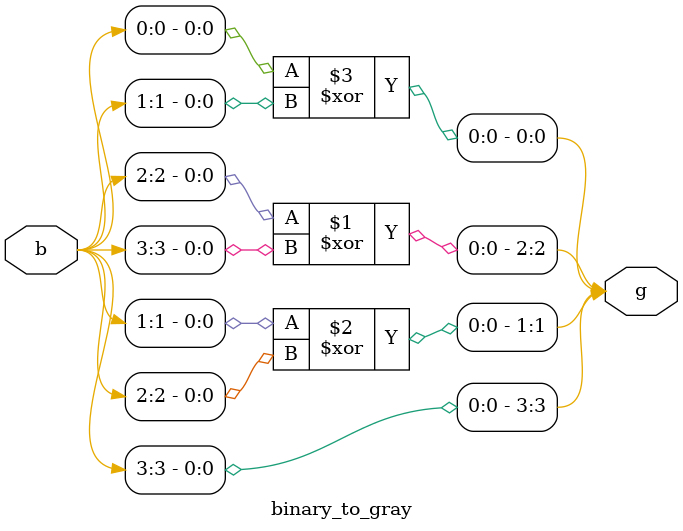
<source format=v>

module binary_to_gray(
    input wire [3:0]b,
    output wire [3:0]g
    );
    assign g[3]=b[3];
    assign g[2]=b[2] ^ b[3];
    assign g[1]=b[1] ^ b[2];
    assign g[0]=b[0] ^ b[1];
endmodule

</source>
